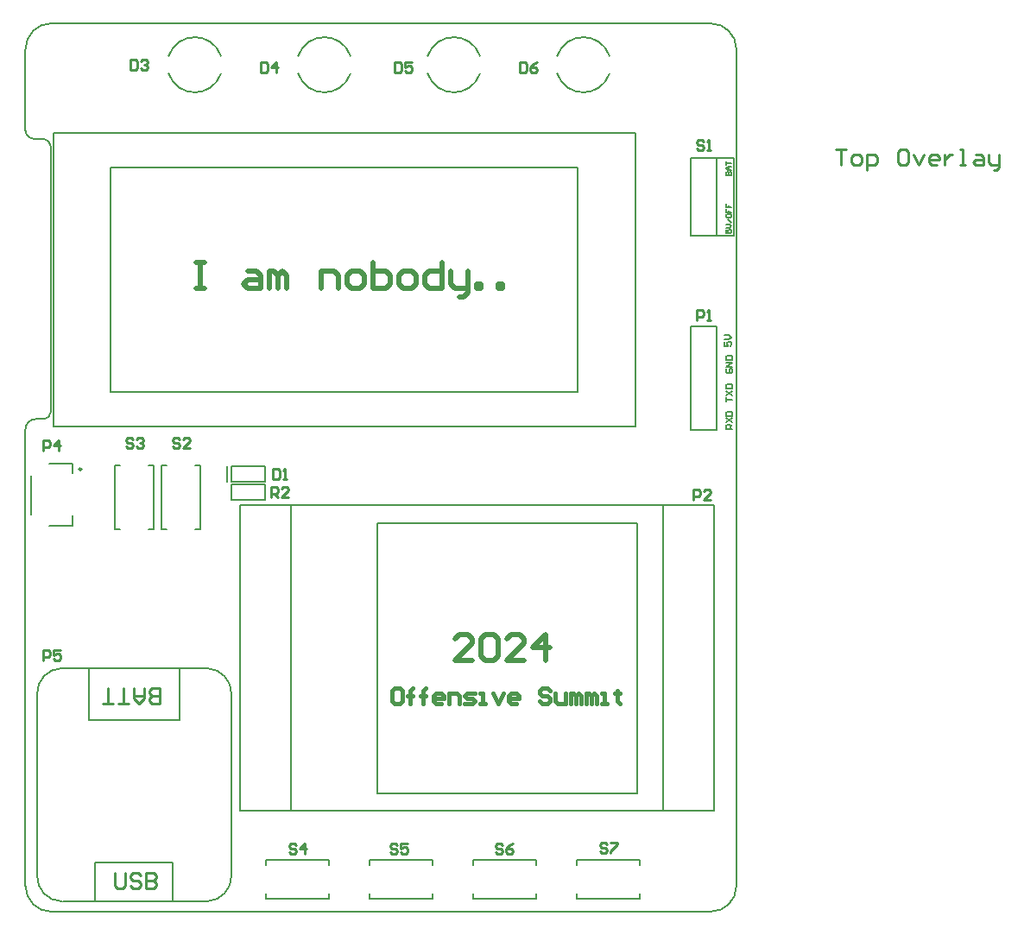
<source format=gto>
G04 Layer_Color=65535*
%FSLAX25Y25*%
%MOIN*%
G70*
G01*
G75*
%ADD13C,0.00800*%
%ADD14C,0.02000*%
%ADD15C,0.01500*%
%ADD16C,0.01000*%
%ADD17C,0.00799*%
%ADD44C,0.00984*%
%ADD45C,0.00787*%
%ADD46C,0.00500*%
D13*
X79500Y-39500D02*
G03*
X70125Y-29500I-9687J313D01*
G01*
Y-119500D02*
G03*
X79500Y-109500I-313J9687D01*
G01*
X4500D02*
G03*
X13875Y-119500I9687J-313D01*
G01*
Y-29500D02*
G03*
X4500Y-39500I313J-9687D01*
G01*
X55282Y200133D02*
G03*
X75482Y200133I10100J3367D01*
G01*
Y206867D02*
G03*
X55282Y206867I-10100J-3367D01*
G01*
X125482D02*
G03*
X105282Y206867I-10100J-3367D01*
G01*
Y200133D02*
G03*
X125482Y200133I10100J3367D01*
G01*
X155282D02*
G03*
X175482Y200133I10100J3367D01*
G01*
Y206867D02*
G03*
X155282Y206867I-10100J-3367D01*
G01*
X225482D02*
G03*
X205282Y206867I-10100J-3367D01*
G01*
Y200133D02*
G03*
X225482Y200133I10100J3367D01*
G01*
X102520Y-84555D02*
Y33555D01*
X246220Y-84555D02*
Y33555D01*
X82835D02*
X265905D01*
X82835Y-84555D02*
Y33555D01*
Y-84555D02*
X265905D01*
Y33555D01*
X135748Y26665D02*
X236142D01*
X135748Y-77665D02*
Y26665D01*
Y-77665D02*
X236142D01*
Y26665D01*
X172795Y-118480D02*
X197205D01*
X172795Y-103520D02*
X197205D01*
Y-105488D02*
Y-103520D01*
Y-118480D02*
Y-116512D01*
X172795Y-105488D02*
Y-103520D01*
Y-118480D02*
Y-116512D01*
X49480Y24295D02*
Y48705D01*
X34520Y24295D02*
Y48705D01*
X36488D01*
X47512D02*
X49480D01*
X34520Y24295D02*
X36488D01*
X47512D02*
X49480D01*
X52520D02*
Y48705D01*
X67480Y24295D02*
Y48705D01*
X65512Y24295D02*
X67480D01*
X52520D02*
X54488D01*
X65512Y48705D02*
X67480D01*
X52520D02*
X54488D01*
X92795Y-103520D02*
X117205D01*
X92795Y-118480D02*
X117205D01*
X92795D02*
Y-116512D01*
Y-105488D02*
Y-103520D01*
X117205Y-118480D02*
Y-116512D01*
Y-105488D02*
Y-103520D01*
X132795D02*
X157205D01*
X132795Y-118480D02*
X157205D01*
X132795D02*
Y-116512D01*
Y-105488D02*
Y-103520D01*
X157205Y-118480D02*
Y-116512D01*
Y-105488D02*
Y-103520D01*
X79500Y35500D02*
Y41500D01*
Y35500D02*
X92500D01*
Y41500D01*
X79500D02*
X92500D01*
X212795Y-118480D02*
X237205D01*
X212795Y-103520D02*
X237205D01*
Y-105488D02*
Y-103520D01*
Y-118480D02*
Y-116512D01*
X212795Y-105488D02*
Y-103520D01*
Y-118480D02*
Y-116512D01*
X78000Y42500D02*
Y48500D01*
X79500Y42500D02*
X92500D01*
X79500Y48500D02*
X92500D01*
X79500Y42500D02*
Y48500D01*
X92500Y42500D02*
Y48500D01*
X79512Y-39319D02*
X79516Y-109500D01*
X13875Y-29500D02*
X70125D01*
X14500Y-119500D02*
X70125D01*
X4445Y-109685D02*
X4492Y-39591D01*
X57000Y-119500D02*
Y-104500D01*
X27000D02*
X57000D01*
X27000Y-119500D02*
Y-104500D01*
X59500Y-49500D02*
Y-29500D01*
X24500Y-49500D02*
X59500D01*
X24500D02*
Y-29500D01*
X10953Y177193D02*
X235363D01*
X273480Y137500D02*
Y167500D01*
X7000Y66700D02*
G03*
X9800Y69500I0J2800D01*
G01*
X4000Y66700D02*
G03*
X0Y62700I0J-4000D01*
G01*
X9800Y171500D02*
G03*
X6400Y174900I-3400J0D01*
G01*
X0Y178300D02*
G03*
X3400Y174900I3400J0D01*
G01*
X0Y-113500D02*
G03*
X10000Y-123500I10000J0D01*
G01*
X10000Y219500D02*
G03*
X0Y209500I0J-10000D01*
G01*
X274500Y209500D02*
G03*
X264500Y219500I-10000J0D01*
G01*
X264500Y-123500D02*
G03*
X274500Y-113500I0J10000D01*
G01*
X0Y178300D02*
Y209500D01*
X9800Y69500D02*
Y171500D01*
X0Y-113500D02*
Y62700D01*
X10000Y-123500D02*
X264500D01*
X274500Y-113500D02*
Y209500D01*
D14*
X66000Y127329D02*
X69332D01*
X67666D01*
Y117332D01*
X66000D01*
X69332D01*
X85993Y123997D02*
X89326D01*
X90992Y122331D01*
Y117332D01*
X85993D01*
X84327Y118998D01*
X85993Y120665D01*
X90992D01*
X94324Y117332D02*
Y123997D01*
X95990D01*
X97656Y122331D01*
Y117332D01*
Y122331D01*
X99323Y123997D01*
X100989Y122331D01*
Y117332D01*
X114318D02*
Y123997D01*
X119316D01*
X120982Y122331D01*
Y117332D01*
X125981D02*
X129313D01*
X130979Y118998D01*
Y122331D01*
X129313Y123997D01*
X125981D01*
X124314Y122331D01*
Y118998D01*
X125981Y117332D01*
X134311Y127329D02*
Y117332D01*
X139310D01*
X140976Y118998D01*
Y120665D01*
Y122331D01*
X139310Y123997D01*
X134311D01*
X145974Y117332D02*
X149306D01*
X150972Y118998D01*
Y122331D01*
X149306Y123997D01*
X145974D01*
X144308Y122331D01*
Y118998D01*
X145974Y117332D01*
X160969Y127329D02*
Y117332D01*
X155971D01*
X154305Y118998D01*
Y122331D01*
X155971Y123997D01*
X160969D01*
X164302D02*
Y118998D01*
X165968Y117332D01*
X170966D01*
Y115666D01*
X169300Y114000D01*
X167634D01*
X170966Y117332D02*
Y123997D01*
X174298Y117332D02*
Y118998D01*
X175964D01*
Y117332D01*
X174298D01*
X182629D02*
Y118998D01*
X184295D01*
Y117332D01*
X182629D01*
X172664Y-26500D02*
X166000D01*
X172664Y-19836D01*
Y-18169D01*
X170998Y-16503D01*
X167666D01*
X166000Y-18169D01*
X175997D02*
X177663Y-16503D01*
X180995D01*
X182661Y-18169D01*
Y-24834D01*
X180995Y-26500D01*
X177663D01*
X175997Y-24834D01*
Y-18169D01*
X192658Y-26500D02*
X185994D01*
X192658Y-19836D01*
Y-18169D01*
X190992Y-16503D01*
X187660D01*
X185994Y-18169D01*
X200989Y-26500D02*
Y-16503D01*
X195990Y-21502D01*
X202655D01*
D15*
X144499Y-37002D02*
X142500D01*
X141500Y-38002D01*
Y-42000D01*
X142500Y-43000D01*
X144499D01*
X145499Y-42000D01*
Y-38002D01*
X144499Y-37002D01*
X148498Y-43000D02*
Y-38002D01*
Y-40001D01*
X147498D01*
X149497D01*
X148498D01*
Y-38002D01*
X149497Y-37002D01*
X153496Y-43000D02*
Y-38002D01*
Y-40001D01*
X152496D01*
X154496D01*
X153496D01*
Y-38002D01*
X154496Y-37002D01*
X160494Y-43000D02*
X158494D01*
X157495Y-42000D01*
Y-40001D01*
X158494Y-39001D01*
X160494D01*
X161494Y-40001D01*
Y-41001D01*
X157495D01*
X163493Y-43000D02*
Y-39001D01*
X166492D01*
X167492Y-40001D01*
Y-43000D01*
X169491D02*
X172490D01*
X173490Y-42000D01*
X172490Y-41001D01*
X170491D01*
X169491Y-40001D01*
X170491Y-39001D01*
X173490D01*
X175489Y-43000D02*
X177488D01*
X176489D01*
Y-39001D01*
X175489D01*
X180487D02*
X182487Y-43000D01*
X184486Y-39001D01*
X189485Y-43000D02*
X187485D01*
X186485Y-42000D01*
Y-40001D01*
X187485Y-39001D01*
X189485D01*
X190484Y-40001D01*
Y-41001D01*
X186485D01*
X202480Y-38002D02*
X201481Y-37002D01*
X199481D01*
X198482Y-38002D01*
Y-39001D01*
X199481Y-40001D01*
X201481D01*
X202480Y-41001D01*
Y-42000D01*
X201481Y-43000D01*
X199481D01*
X198482Y-42000D01*
X204480Y-39001D02*
Y-42000D01*
X205479Y-43000D01*
X208478D01*
Y-39001D01*
X210478Y-43000D02*
Y-39001D01*
X211477D01*
X212477Y-40001D01*
Y-43000D01*
Y-40001D01*
X213477Y-39001D01*
X214476Y-40001D01*
Y-43000D01*
X216476D02*
Y-39001D01*
X217475D01*
X218475Y-40001D01*
Y-43000D01*
Y-40001D01*
X219475Y-39001D01*
X220474Y-40001D01*
Y-43000D01*
X222474D02*
X224473D01*
X223474D01*
Y-39001D01*
X222474D01*
X228472Y-38002D02*
Y-39001D01*
X227472D01*
X229471D01*
X228472D01*
Y-42000D01*
X229471Y-43000D01*
D16*
X258000Y35500D02*
Y39499D01*
X259999D01*
X260666Y38832D01*
Y37499D01*
X259999Y36833D01*
X258000D01*
X264665Y35500D02*
X261999D01*
X264665Y38166D01*
Y38832D01*
X263998Y39499D01*
X262665D01*
X261999Y38832D01*
X7000Y54500D02*
Y58499D01*
X8999D01*
X9666Y57832D01*
Y56499D01*
X8999Y55833D01*
X7000D01*
X12998Y54500D02*
Y58499D01*
X10999Y56499D01*
X13665D01*
X190842Y204499D02*
Y200500D01*
X192842D01*
X193508Y201167D01*
Y203832D01*
X192842Y204499D01*
X190842D01*
X197507D02*
X196174Y203832D01*
X194841Y202499D01*
Y201167D01*
X195508Y200500D01*
X196841D01*
X197507Y201167D01*
Y201833D01*
X196841Y202499D01*
X194841D01*
X142382Y204499D02*
Y200500D01*
X144381D01*
X145048Y201167D01*
Y203832D01*
X144381Y204499D01*
X142382D01*
X149046D02*
X146381D01*
Y202499D01*
X147713Y203166D01*
X148380D01*
X149046Y202499D01*
Y201167D01*
X148380Y200500D01*
X147047D01*
X146381Y201167D01*
X90921Y204499D02*
Y200500D01*
X92921D01*
X93587Y201167D01*
Y203832D01*
X92921Y204499D01*
X90921D01*
X96919Y200500D02*
Y204499D01*
X94920Y202499D01*
X97586D01*
X40382Y205499D02*
Y201500D01*
X42381D01*
X43048Y202167D01*
Y204832D01*
X42381Y205499D01*
X40382D01*
X44381Y204832D02*
X45047Y205499D01*
X46380D01*
X47046Y204832D01*
Y204166D01*
X46380Y203499D01*
X45713D01*
X46380D01*
X47046Y202833D01*
Y202167D01*
X46380Y201500D01*
X45047D01*
X44381Y202167D01*
X7000Y-26500D02*
Y-22501D01*
X8999D01*
X9666Y-23168D01*
Y-24501D01*
X8999Y-25167D01*
X7000D01*
X13665Y-22501D02*
X10999D01*
Y-24501D01*
X12332Y-23834D01*
X12998D01*
X13665Y-24501D01*
Y-25834D01*
X12998Y-26500D01*
X11665D01*
X10999Y-25834D01*
X95653Y47499D02*
Y43500D01*
X97653D01*
X98319Y44166D01*
Y46832D01*
X97653Y47499D01*
X95653D01*
X99652Y43500D02*
X100985D01*
X100319D01*
Y47499D01*
X99652Y46832D01*
X95000Y36500D02*
Y40499D01*
X96999D01*
X97666Y39832D01*
Y38499D01*
X96999Y37833D01*
X95000D01*
X96333D02*
X97666Y36500D01*
X101664D02*
X98999D01*
X101664Y39166D01*
Y39832D01*
X100998Y40499D01*
X99665D01*
X98999Y39832D01*
X59666Y58832D02*
X58999Y59499D01*
X57666D01*
X57000Y58832D01*
Y58166D01*
X57666Y57499D01*
X58999D01*
X59666Y56833D01*
Y56166D01*
X58999Y55500D01*
X57666D01*
X57000Y56166D01*
X63665Y55500D02*
X60999D01*
X63665Y58166D01*
Y58832D01*
X62998Y59499D01*
X61665D01*
X60999Y58832D01*
X104666Y-97668D02*
X103999Y-97001D01*
X102666D01*
X102000Y-97668D01*
Y-98334D01*
X102666Y-99001D01*
X103999D01*
X104666Y-99667D01*
Y-100334D01*
X103999Y-101000D01*
X102666D01*
X102000Y-100334D01*
X107998Y-101000D02*
Y-97001D01*
X105999Y-99001D01*
X108665D01*
X143666Y-97668D02*
X142999Y-97001D01*
X141666D01*
X141000Y-97668D01*
Y-98334D01*
X141666Y-99001D01*
X142999D01*
X143666Y-99667D01*
Y-100334D01*
X142999Y-101000D01*
X141666D01*
X141000Y-100334D01*
X147664Y-97001D02*
X144999D01*
Y-99001D01*
X146332Y-98334D01*
X146998D01*
X147664Y-99001D01*
Y-100334D01*
X146998Y-101000D01*
X145665D01*
X144999Y-100334D01*
X184264Y-97668D02*
X183598Y-97001D01*
X182265D01*
X181598Y-97668D01*
Y-98334D01*
X182265Y-99001D01*
X183598D01*
X184264Y-99667D01*
Y-100334D01*
X183598Y-101000D01*
X182265D01*
X181598Y-100334D01*
X188263Y-97001D02*
X186930Y-97668D01*
X185597Y-99001D01*
Y-100334D01*
X186264Y-101000D01*
X187596D01*
X188263Y-100334D01*
Y-99667D01*
X187596Y-99001D01*
X185597D01*
X41666Y58832D02*
X40999Y59499D01*
X39666D01*
X39000Y58832D01*
Y58166D01*
X39666Y57499D01*
X40999D01*
X41666Y56833D01*
Y56166D01*
X40999Y55500D01*
X39666D01*
X39000Y56166D01*
X42999Y58832D02*
X43665Y59499D01*
X44998D01*
X45665Y58832D01*
Y58166D01*
X44998Y57499D01*
X44332D01*
X44998D01*
X45665Y56833D01*
Y56166D01*
X44998Y55500D01*
X43665D01*
X42999Y56166D01*
X224666Y-97418D02*
X223999Y-96751D01*
X222666D01*
X222000Y-97418D01*
Y-98084D01*
X222666Y-98751D01*
X223999D01*
X224666Y-99417D01*
Y-100084D01*
X223999Y-100750D01*
X222666D01*
X222000Y-100084D01*
X225999Y-96751D02*
X228664D01*
Y-97418D01*
X225999Y-100084D01*
Y-100750D01*
X261910Y173935D02*
X261243Y174601D01*
X259910D01*
X259244Y173935D01*
Y173268D01*
X259910Y172602D01*
X261243D01*
X261910Y171935D01*
Y171269D01*
X261243Y170602D01*
X259910D01*
X259244Y171269D01*
X263243Y170602D02*
X264576D01*
X263909D01*
Y174601D01*
X263243Y173935D01*
X259244Y104720D02*
Y108719D01*
X261243D01*
X261910Y108053D01*
Y106720D01*
X261243Y106053D01*
X259244D01*
X263243Y104720D02*
X264576D01*
X263909D01*
Y108719D01*
X263243Y108053D01*
X312725Y170841D02*
X316723D01*
X314724D01*
Y164843D01*
X319722D02*
X321722D01*
X322722Y165842D01*
Y167842D01*
X321722Y168841D01*
X319722D01*
X318723Y167842D01*
Y165842D01*
X319722Y164843D01*
X324721Y162843D02*
Y168841D01*
X327720D01*
X328719Y167842D01*
Y165842D01*
X327720Y164843D01*
X324721D01*
X339716Y170841D02*
X337717D01*
X336717Y169841D01*
Y165842D01*
X337717Y164843D01*
X339716D01*
X340716Y165842D01*
Y169841D01*
X339716Y170841D01*
X342715Y168841D02*
X344714Y164843D01*
X346714Y168841D01*
X351712Y164843D02*
X349713D01*
X348713Y165842D01*
Y167842D01*
X349713Y168841D01*
X351712D01*
X352712Y167842D01*
Y166842D01*
X348713D01*
X354711Y168841D02*
Y164843D01*
Y166842D01*
X355711Y167842D01*
X356711Y168841D01*
X357710D01*
X360709Y164843D02*
X362708D01*
X361709D01*
Y170841D01*
X360709D01*
X366707Y168841D02*
X368707D01*
X369706Y167842D01*
Y164843D01*
X366707D01*
X365708Y165842D01*
X366707Y166842D01*
X369706D01*
X371706Y168841D02*
Y165842D01*
X372705Y164843D01*
X375704D01*
Y163843D01*
X374705Y162843D01*
X373705D01*
X375704Y164843D02*
Y168841D01*
X52000Y-42998D02*
Y-37000D01*
X49001D01*
X48001Y-38000D01*
Y-38999D01*
X49001Y-39999D01*
X52000D01*
X49001D01*
X48001Y-40999D01*
Y-41998D01*
X49001Y-42998D01*
X52000D01*
X46002Y-37000D02*
Y-40999D01*
X44003Y-42998D01*
X42003Y-40999D01*
Y-37000D01*
Y-39999D01*
X46002D01*
X40004Y-42998D02*
X36005D01*
X38004D01*
Y-37000D01*
X34006Y-42998D02*
X30007D01*
X32006D01*
Y-37000D01*
X34500Y-108502D02*
Y-113500D01*
X35500Y-114500D01*
X37499D01*
X38499Y-113500D01*
Y-108502D01*
X44497Y-109502D02*
X43497Y-108502D01*
X41498D01*
X40498Y-109502D01*
Y-110501D01*
X41498Y-111501D01*
X43497D01*
X44497Y-112501D01*
Y-113500D01*
X43497Y-114500D01*
X41498D01*
X40498Y-113500D01*
X46496Y-108502D02*
Y-114500D01*
X49495D01*
X50495Y-113500D01*
Y-112501D01*
X49495Y-111501D01*
X46496D01*
X49495D01*
X50495Y-110501D01*
Y-109502D01*
X49495Y-108502D01*
X46496D01*
D17*
X33000Y77193D02*
Y163807D01*
Y77193D02*
X213315D01*
Y163807D01*
X33000D02*
X213315D01*
X10953Y63807D02*
Y177193D01*
Y63807D02*
X235363D01*
Y177193D01*
X267000Y137500D02*
X273480D01*
X267000Y167500D02*
X273480D01*
X4000Y66700D02*
X7000D01*
X3400Y174900D02*
X6400D01*
X10000Y219500D02*
X264500D01*
D44*
X21620Y47405D02*
G03*
X21620Y47405I-492J0D01*
G01*
D45*
X257000Y102500D02*
X267000D01*
Y62500D02*
Y102500D01*
X257000Y62500D02*
Y102500D01*
Y62500D02*
X267000D01*
Y137500D02*
Y167500D01*
X257000D02*
X267000D01*
X257000Y137500D02*
Y167500D01*
Y137500D02*
X267000D01*
X2128Y29906D02*
Y44905D01*
X18128Y25405D02*
Y29406D01*
Y45906D02*
Y49406D01*
X9128Y25405D02*
X18128D01*
X9128Y49406D02*
X18128D01*
D46*
X270001Y96666D02*
Y95000D01*
X271250D01*
X270834Y95833D01*
Y96250D01*
X271250Y96666D01*
X272083D01*
X272500Y96250D01*
Y95416D01*
X272083Y95000D01*
X270001Y97499D02*
X271667D01*
X272500Y98332D01*
X271667Y99165D01*
X270001D01*
X273000Y63000D02*
X270501D01*
Y64250D01*
X270917Y64666D01*
X271750D01*
X272167Y64250D01*
Y63000D01*
Y63833D02*
X273000Y64666D01*
X270501Y65499D02*
X273000Y67165D01*
X270501D02*
X273000Y65499D01*
X270501Y67998D02*
X273000D01*
Y69248D01*
X272584Y69665D01*
X270917D01*
X270501Y69248D01*
Y67998D01*
Y73500D02*
Y75166D01*
Y74333D01*
X273000D01*
X270501Y75999D02*
X273000Y77665D01*
X270501D02*
X273000Y75999D01*
X270501Y78498D02*
X273000D01*
Y79748D01*
X272584Y80164D01*
X270917D01*
X270501Y79748D01*
Y78498D01*
X270917Y86166D02*
X270501Y85750D01*
Y84917D01*
X270917Y84500D01*
X272584D01*
X273000Y84917D01*
Y85750D01*
X272584Y86166D01*
X271750D01*
Y85333D01*
X273000Y86999D02*
X270501D01*
X273000Y88665D01*
X270501D01*
Y89498D02*
X273000D01*
Y90748D01*
X272584Y91164D01*
X270917D01*
X270501Y90748D01*
Y89498D01*
X270501Y139833D02*
Y138500D01*
X271500D01*
X271167Y139166D01*
Y139500D01*
X271500Y139833D01*
X272167D01*
X272500Y139500D01*
Y138833D01*
X272167Y138500D01*
X270501Y140499D02*
X271834D01*
X272500Y141166D01*
X271834Y141832D01*
X270501D01*
X272500Y142499D02*
X271167Y143832D01*
X270501Y145498D02*
Y144831D01*
X270834Y144498D01*
X272167D01*
X272500Y144831D01*
Y145498D01*
X272167Y145831D01*
X270834D01*
X270501Y145498D01*
Y147830D02*
Y146497D01*
X271500D01*
Y147164D01*
Y146497D01*
X272500D01*
X270501Y149830D02*
Y148497D01*
X271500D01*
Y149163D01*
Y148497D01*
X272500D01*
X270501Y161000D02*
X272500D01*
Y162000D01*
X272167Y162333D01*
X271834D01*
X271500Y162000D01*
Y161000D01*
Y162000D01*
X271167Y162333D01*
X270834D01*
X270501Y162000D01*
Y161000D01*
X272500Y162999D02*
X271167D01*
X270501Y163666D01*
X271167Y164332D01*
X272500D01*
X271500D01*
Y162999D01*
X270501Y164999D02*
Y166332D01*
Y165665D01*
X272500D01*
M02*

</source>
